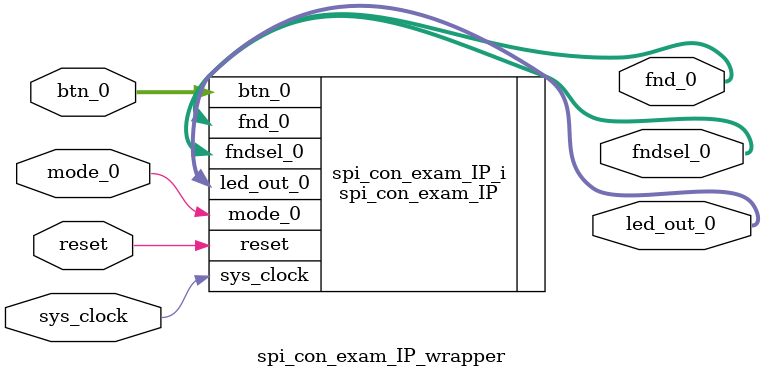
<source format=v>
`timescale 1 ps / 1 ps

module spi_con_exam_IP_wrapper
   (btn_0,
    fnd_0,
    fndsel_0,
    led_out_0,
    mode_0,
    reset,
    sys_clock);
  input [3:0]btn_0;
  output [6:0]fnd_0;
  output [3:0]fndsel_0;
  output [7:0]led_out_0;
  input mode_0;
  input reset;
  input sys_clock;

  wire [3:0]btn_0;
  wire [6:0]fnd_0;
  wire [3:0]fndsel_0;
  wire [7:0]led_out_0;
  wire mode_0;
  wire reset;
  wire sys_clock;

  spi_con_exam_IP spi_con_exam_IP_i
       (.btn_0(btn_0),
        .fnd_0(fnd_0),
        .fndsel_0(fndsel_0),
        .led_out_0(led_out_0),
        .mode_0(mode_0),
        .reset(reset),
        .sys_clock(sys_clock));
endmodule

</source>
